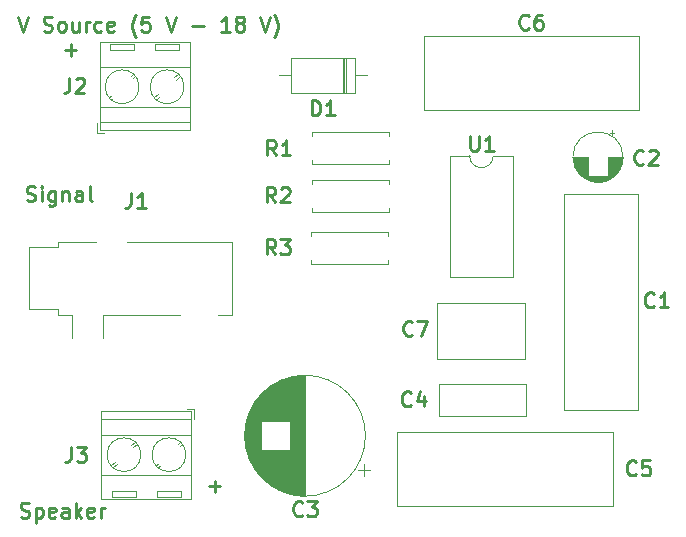
<source format=gbr>
%TF.GenerationSoftware,KiCad,Pcbnew,7.0.6*%
%TF.CreationDate,2023-11-28T22:22:28+05:30*%
%TF.ProjectId,LM386_Board,4c4d3338-365f-4426-9f61-72642e6b6963,v01*%
%TF.SameCoordinates,Original*%
%TF.FileFunction,Legend,Top*%
%TF.FilePolarity,Positive*%
%FSLAX46Y46*%
G04 Gerber Fmt 4.6, Leading zero omitted, Abs format (unit mm)*
G04 Created by KiCad (PCBNEW 7.0.6) date 2023-11-28 22:22:28*
%MOMM*%
%LPD*%
G01*
G04 APERTURE LIST*
%ADD10C,0.254000*%
%ADD11C,0.120000*%
G04 APERTURE END LIST*
D10*
X144233485Y-123299558D02*
X145201105Y-123299558D01*
X144717295Y-123783368D02*
X144717295Y-122815749D01*
X128050057Y-83524368D02*
X128473390Y-84794368D01*
X128473390Y-84794368D02*
X128896724Y-83524368D01*
X130227199Y-84733892D02*
X130408628Y-84794368D01*
X130408628Y-84794368D02*
X130711009Y-84794368D01*
X130711009Y-84794368D02*
X130831961Y-84733892D01*
X130831961Y-84733892D02*
X130892437Y-84673415D01*
X130892437Y-84673415D02*
X130952914Y-84552463D01*
X130952914Y-84552463D02*
X130952914Y-84431511D01*
X130952914Y-84431511D02*
X130892437Y-84310558D01*
X130892437Y-84310558D02*
X130831961Y-84250082D01*
X130831961Y-84250082D02*
X130711009Y-84189606D01*
X130711009Y-84189606D02*
X130469104Y-84129130D01*
X130469104Y-84129130D02*
X130348152Y-84068653D01*
X130348152Y-84068653D02*
X130287675Y-84008177D01*
X130287675Y-84008177D02*
X130227199Y-83887225D01*
X130227199Y-83887225D02*
X130227199Y-83766272D01*
X130227199Y-83766272D02*
X130287675Y-83645320D01*
X130287675Y-83645320D02*
X130348152Y-83584844D01*
X130348152Y-83584844D02*
X130469104Y-83524368D01*
X130469104Y-83524368D02*
X130771485Y-83524368D01*
X130771485Y-83524368D02*
X130952914Y-83584844D01*
X131678628Y-84794368D02*
X131557676Y-84733892D01*
X131557676Y-84733892D02*
X131497199Y-84673415D01*
X131497199Y-84673415D02*
X131436723Y-84552463D01*
X131436723Y-84552463D02*
X131436723Y-84189606D01*
X131436723Y-84189606D02*
X131497199Y-84068653D01*
X131497199Y-84068653D02*
X131557676Y-84008177D01*
X131557676Y-84008177D02*
X131678628Y-83947701D01*
X131678628Y-83947701D02*
X131860057Y-83947701D01*
X131860057Y-83947701D02*
X131981009Y-84008177D01*
X131981009Y-84008177D02*
X132041485Y-84068653D01*
X132041485Y-84068653D02*
X132101961Y-84189606D01*
X132101961Y-84189606D02*
X132101961Y-84552463D01*
X132101961Y-84552463D02*
X132041485Y-84673415D01*
X132041485Y-84673415D02*
X131981009Y-84733892D01*
X131981009Y-84733892D02*
X131860057Y-84794368D01*
X131860057Y-84794368D02*
X131678628Y-84794368D01*
X133190533Y-83947701D02*
X133190533Y-84794368D01*
X132646247Y-83947701D02*
X132646247Y-84612939D01*
X132646247Y-84612939D02*
X132706724Y-84733892D01*
X132706724Y-84733892D02*
X132827676Y-84794368D01*
X132827676Y-84794368D02*
X133009105Y-84794368D01*
X133009105Y-84794368D02*
X133130057Y-84733892D01*
X133130057Y-84733892D02*
X133190533Y-84673415D01*
X133795295Y-84794368D02*
X133795295Y-83947701D01*
X133795295Y-84189606D02*
X133855772Y-84068653D01*
X133855772Y-84068653D02*
X133916248Y-84008177D01*
X133916248Y-84008177D02*
X134037200Y-83947701D01*
X134037200Y-83947701D02*
X134158153Y-83947701D01*
X135125771Y-84733892D02*
X135004819Y-84794368D01*
X135004819Y-84794368D02*
X134762914Y-84794368D01*
X134762914Y-84794368D02*
X134641962Y-84733892D01*
X134641962Y-84733892D02*
X134581485Y-84673415D01*
X134581485Y-84673415D02*
X134521009Y-84552463D01*
X134521009Y-84552463D02*
X134521009Y-84189606D01*
X134521009Y-84189606D02*
X134581485Y-84068653D01*
X134581485Y-84068653D02*
X134641962Y-84008177D01*
X134641962Y-84008177D02*
X134762914Y-83947701D01*
X134762914Y-83947701D02*
X135004819Y-83947701D01*
X135004819Y-83947701D02*
X135125771Y-84008177D01*
X136153866Y-84733892D02*
X136032914Y-84794368D01*
X136032914Y-84794368D02*
X135791009Y-84794368D01*
X135791009Y-84794368D02*
X135670056Y-84733892D01*
X135670056Y-84733892D02*
X135609580Y-84612939D01*
X135609580Y-84612939D02*
X135609580Y-84129130D01*
X135609580Y-84129130D02*
X135670056Y-84008177D01*
X135670056Y-84008177D02*
X135791009Y-83947701D01*
X135791009Y-83947701D02*
X136032914Y-83947701D01*
X136032914Y-83947701D02*
X136153866Y-84008177D01*
X136153866Y-84008177D02*
X136214342Y-84129130D01*
X136214342Y-84129130D02*
X136214342Y-84250082D01*
X136214342Y-84250082D02*
X135609580Y-84371034D01*
X138089104Y-85278177D02*
X138028627Y-85217701D01*
X138028627Y-85217701D02*
X137907675Y-85036272D01*
X137907675Y-85036272D02*
X137847199Y-84915320D01*
X137847199Y-84915320D02*
X137786723Y-84733892D01*
X137786723Y-84733892D02*
X137726246Y-84431511D01*
X137726246Y-84431511D02*
X137726246Y-84189606D01*
X137726246Y-84189606D02*
X137786723Y-83887225D01*
X137786723Y-83887225D02*
X137847199Y-83705796D01*
X137847199Y-83705796D02*
X137907675Y-83584844D01*
X137907675Y-83584844D02*
X138028627Y-83403415D01*
X138028627Y-83403415D02*
X138089104Y-83342939D01*
X139177675Y-83524368D02*
X138572913Y-83524368D01*
X138572913Y-83524368D02*
X138512437Y-84129130D01*
X138512437Y-84129130D02*
X138572913Y-84068653D01*
X138572913Y-84068653D02*
X138693866Y-84008177D01*
X138693866Y-84008177D02*
X138996247Y-84008177D01*
X138996247Y-84008177D02*
X139117199Y-84068653D01*
X139117199Y-84068653D02*
X139177675Y-84129130D01*
X139177675Y-84129130D02*
X139238152Y-84250082D01*
X139238152Y-84250082D02*
X139238152Y-84552463D01*
X139238152Y-84552463D02*
X139177675Y-84673415D01*
X139177675Y-84673415D02*
X139117199Y-84733892D01*
X139117199Y-84733892D02*
X138996247Y-84794368D01*
X138996247Y-84794368D02*
X138693866Y-84794368D01*
X138693866Y-84794368D02*
X138572913Y-84733892D01*
X138572913Y-84733892D02*
X138512437Y-84673415D01*
X140568628Y-83524368D02*
X140991961Y-84794368D01*
X140991961Y-84794368D02*
X141415295Y-83524368D01*
X142806246Y-84310558D02*
X143773866Y-84310558D01*
X146011485Y-84794368D02*
X145285770Y-84794368D01*
X145648627Y-84794368D02*
X145648627Y-83524368D01*
X145648627Y-83524368D02*
X145527675Y-83705796D01*
X145527675Y-83705796D02*
X145406723Y-83826749D01*
X145406723Y-83826749D02*
X145285770Y-83887225D01*
X146737199Y-84068653D02*
X146616247Y-84008177D01*
X146616247Y-84008177D02*
X146555770Y-83947701D01*
X146555770Y-83947701D02*
X146495294Y-83826749D01*
X146495294Y-83826749D02*
X146495294Y-83766272D01*
X146495294Y-83766272D02*
X146555770Y-83645320D01*
X146555770Y-83645320D02*
X146616247Y-83584844D01*
X146616247Y-83584844D02*
X146737199Y-83524368D01*
X146737199Y-83524368D02*
X146979104Y-83524368D01*
X146979104Y-83524368D02*
X147100056Y-83584844D01*
X147100056Y-83584844D02*
X147160532Y-83645320D01*
X147160532Y-83645320D02*
X147221009Y-83766272D01*
X147221009Y-83766272D02*
X147221009Y-83826749D01*
X147221009Y-83826749D02*
X147160532Y-83947701D01*
X147160532Y-83947701D02*
X147100056Y-84008177D01*
X147100056Y-84008177D02*
X146979104Y-84068653D01*
X146979104Y-84068653D02*
X146737199Y-84068653D01*
X146737199Y-84068653D02*
X146616247Y-84129130D01*
X146616247Y-84129130D02*
X146555770Y-84189606D01*
X146555770Y-84189606D02*
X146495294Y-84310558D01*
X146495294Y-84310558D02*
X146495294Y-84552463D01*
X146495294Y-84552463D02*
X146555770Y-84673415D01*
X146555770Y-84673415D02*
X146616247Y-84733892D01*
X146616247Y-84733892D02*
X146737199Y-84794368D01*
X146737199Y-84794368D02*
X146979104Y-84794368D01*
X146979104Y-84794368D02*
X147100056Y-84733892D01*
X147100056Y-84733892D02*
X147160532Y-84673415D01*
X147160532Y-84673415D02*
X147221009Y-84552463D01*
X147221009Y-84552463D02*
X147221009Y-84310558D01*
X147221009Y-84310558D02*
X147160532Y-84189606D01*
X147160532Y-84189606D02*
X147100056Y-84129130D01*
X147100056Y-84129130D02*
X146979104Y-84068653D01*
X148551485Y-83524368D02*
X148974818Y-84794368D01*
X148974818Y-84794368D02*
X149398152Y-83524368D01*
X149700532Y-85278177D02*
X149761008Y-85217701D01*
X149761008Y-85217701D02*
X149881961Y-85036272D01*
X149881961Y-85036272D02*
X149942437Y-84915320D01*
X149942437Y-84915320D02*
X150002913Y-84733892D01*
X150002913Y-84733892D02*
X150063389Y-84431511D01*
X150063389Y-84431511D02*
X150063389Y-84189606D01*
X150063389Y-84189606D02*
X150002913Y-83887225D01*
X150002913Y-83887225D02*
X149942437Y-83705796D01*
X149942437Y-83705796D02*
X149881961Y-83584844D01*
X149881961Y-83584844D02*
X149761008Y-83403415D01*
X149761008Y-83403415D02*
X149700532Y-83342939D01*
X128298009Y-125881892D02*
X128479438Y-125942368D01*
X128479438Y-125942368D02*
X128781819Y-125942368D01*
X128781819Y-125942368D02*
X128902771Y-125881892D01*
X128902771Y-125881892D02*
X128963247Y-125821415D01*
X128963247Y-125821415D02*
X129023724Y-125700463D01*
X129023724Y-125700463D02*
X129023724Y-125579511D01*
X129023724Y-125579511D02*
X128963247Y-125458558D01*
X128963247Y-125458558D02*
X128902771Y-125398082D01*
X128902771Y-125398082D02*
X128781819Y-125337606D01*
X128781819Y-125337606D02*
X128539914Y-125277130D01*
X128539914Y-125277130D02*
X128418962Y-125216653D01*
X128418962Y-125216653D02*
X128358485Y-125156177D01*
X128358485Y-125156177D02*
X128298009Y-125035225D01*
X128298009Y-125035225D02*
X128298009Y-124914272D01*
X128298009Y-124914272D02*
X128358485Y-124793320D01*
X128358485Y-124793320D02*
X128418962Y-124732844D01*
X128418962Y-124732844D02*
X128539914Y-124672368D01*
X128539914Y-124672368D02*
X128842295Y-124672368D01*
X128842295Y-124672368D02*
X129023724Y-124732844D01*
X129568009Y-125095701D02*
X129568009Y-126365701D01*
X129568009Y-125156177D02*
X129688962Y-125095701D01*
X129688962Y-125095701D02*
X129930867Y-125095701D01*
X129930867Y-125095701D02*
X130051819Y-125156177D01*
X130051819Y-125156177D02*
X130112295Y-125216653D01*
X130112295Y-125216653D02*
X130172771Y-125337606D01*
X130172771Y-125337606D02*
X130172771Y-125700463D01*
X130172771Y-125700463D02*
X130112295Y-125821415D01*
X130112295Y-125821415D02*
X130051819Y-125881892D01*
X130051819Y-125881892D02*
X129930867Y-125942368D01*
X129930867Y-125942368D02*
X129688962Y-125942368D01*
X129688962Y-125942368D02*
X129568009Y-125881892D01*
X131200867Y-125881892D02*
X131079915Y-125942368D01*
X131079915Y-125942368D02*
X130838010Y-125942368D01*
X130838010Y-125942368D02*
X130717057Y-125881892D01*
X130717057Y-125881892D02*
X130656581Y-125760939D01*
X130656581Y-125760939D02*
X130656581Y-125277130D01*
X130656581Y-125277130D02*
X130717057Y-125156177D01*
X130717057Y-125156177D02*
X130838010Y-125095701D01*
X130838010Y-125095701D02*
X131079915Y-125095701D01*
X131079915Y-125095701D02*
X131200867Y-125156177D01*
X131200867Y-125156177D02*
X131261343Y-125277130D01*
X131261343Y-125277130D02*
X131261343Y-125398082D01*
X131261343Y-125398082D02*
X130656581Y-125519034D01*
X132349914Y-125942368D02*
X132349914Y-125277130D01*
X132349914Y-125277130D02*
X132289438Y-125156177D01*
X132289438Y-125156177D02*
X132168486Y-125095701D01*
X132168486Y-125095701D02*
X131926581Y-125095701D01*
X131926581Y-125095701D02*
X131805628Y-125156177D01*
X132349914Y-125881892D02*
X132228962Y-125942368D01*
X132228962Y-125942368D02*
X131926581Y-125942368D01*
X131926581Y-125942368D02*
X131805628Y-125881892D01*
X131805628Y-125881892D02*
X131745152Y-125760939D01*
X131745152Y-125760939D02*
X131745152Y-125639987D01*
X131745152Y-125639987D02*
X131805628Y-125519034D01*
X131805628Y-125519034D02*
X131926581Y-125458558D01*
X131926581Y-125458558D02*
X132228962Y-125458558D01*
X132228962Y-125458558D02*
X132349914Y-125398082D01*
X132954676Y-125942368D02*
X132954676Y-124672368D01*
X133075629Y-125458558D02*
X133438486Y-125942368D01*
X133438486Y-125095701D02*
X132954676Y-125579511D01*
X134466581Y-125881892D02*
X134345629Y-125942368D01*
X134345629Y-125942368D02*
X134103724Y-125942368D01*
X134103724Y-125942368D02*
X133982771Y-125881892D01*
X133982771Y-125881892D02*
X133922295Y-125760939D01*
X133922295Y-125760939D02*
X133922295Y-125277130D01*
X133922295Y-125277130D02*
X133982771Y-125156177D01*
X133982771Y-125156177D02*
X134103724Y-125095701D01*
X134103724Y-125095701D02*
X134345629Y-125095701D01*
X134345629Y-125095701D02*
X134466581Y-125156177D01*
X134466581Y-125156177D02*
X134527057Y-125277130D01*
X134527057Y-125277130D02*
X134527057Y-125398082D01*
X134527057Y-125398082D02*
X133922295Y-125519034D01*
X135071342Y-125942368D02*
X135071342Y-125095701D01*
X135071342Y-125337606D02*
X135131819Y-125216653D01*
X135131819Y-125216653D02*
X135192295Y-125156177D01*
X135192295Y-125156177D02*
X135313247Y-125095701D01*
X135313247Y-125095701D02*
X135434200Y-125095701D01*
X132041485Y-86342558D02*
X133009105Y-86342558D01*
X132525295Y-86826368D02*
X132525295Y-85858749D01*
X128806009Y-99084892D02*
X128987438Y-99145368D01*
X128987438Y-99145368D02*
X129289819Y-99145368D01*
X129289819Y-99145368D02*
X129410771Y-99084892D01*
X129410771Y-99084892D02*
X129471247Y-99024415D01*
X129471247Y-99024415D02*
X129531724Y-98903463D01*
X129531724Y-98903463D02*
X129531724Y-98782511D01*
X129531724Y-98782511D02*
X129471247Y-98661558D01*
X129471247Y-98661558D02*
X129410771Y-98601082D01*
X129410771Y-98601082D02*
X129289819Y-98540606D01*
X129289819Y-98540606D02*
X129047914Y-98480130D01*
X129047914Y-98480130D02*
X128926962Y-98419653D01*
X128926962Y-98419653D02*
X128866485Y-98359177D01*
X128866485Y-98359177D02*
X128806009Y-98238225D01*
X128806009Y-98238225D02*
X128806009Y-98117272D01*
X128806009Y-98117272D02*
X128866485Y-97996320D01*
X128866485Y-97996320D02*
X128926962Y-97935844D01*
X128926962Y-97935844D02*
X129047914Y-97875368D01*
X129047914Y-97875368D02*
X129350295Y-97875368D01*
X129350295Y-97875368D02*
X129531724Y-97935844D01*
X130076009Y-99145368D02*
X130076009Y-98298701D01*
X130076009Y-97875368D02*
X130015533Y-97935844D01*
X130015533Y-97935844D02*
X130076009Y-97996320D01*
X130076009Y-97996320D02*
X130136486Y-97935844D01*
X130136486Y-97935844D02*
X130076009Y-97875368D01*
X130076009Y-97875368D02*
X130076009Y-97996320D01*
X131225057Y-98298701D02*
X131225057Y-99326796D01*
X131225057Y-99326796D02*
X131164581Y-99447749D01*
X131164581Y-99447749D02*
X131104105Y-99508225D01*
X131104105Y-99508225D02*
X130983152Y-99568701D01*
X130983152Y-99568701D02*
X130801724Y-99568701D01*
X130801724Y-99568701D02*
X130680771Y-99508225D01*
X131225057Y-99084892D02*
X131104105Y-99145368D01*
X131104105Y-99145368D02*
X130862200Y-99145368D01*
X130862200Y-99145368D02*
X130741248Y-99084892D01*
X130741248Y-99084892D02*
X130680771Y-99024415D01*
X130680771Y-99024415D02*
X130620295Y-98903463D01*
X130620295Y-98903463D02*
X130620295Y-98540606D01*
X130620295Y-98540606D02*
X130680771Y-98419653D01*
X130680771Y-98419653D02*
X130741248Y-98359177D01*
X130741248Y-98359177D02*
X130862200Y-98298701D01*
X130862200Y-98298701D02*
X131104105Y-98298701D01*
X131104105Y-98298701D02*
X131225057Y-98359177D01*
X131829819Y-98298701D02*
X131829819Y-99145368D01*
X131829819Y-98419653D02*
X131890296Y-98359177D01*
X131890296Y-98359177D02*
X132011248Y-98298701D01*
X132011248Y-98298701D02*
X132192677Y-98298701D01*
X132192677Y-98298701D02*
X132313629Y-98359177D01*
X132313629Y-98359177D02*
X132374105Y-98480130D01*
X132374105Y-98480130D02*
X132374105Y-99145368D01*
X133523153Y-99145368D02*
X133523153Y-98480130D01*
X133523153Y-98480130D02*
X133462677Y-98359177D01*
X133462677Y-98359177D02*
X133341725Y-98298701D01*
X133341725Y-98298701D02*
X133099820Y-98298701D01*
X133099820Y-98298701D02*
X132978867Y-98359177D01*
X133523153Y-99084892D02*
X133402201Y-99145368D01*
X133402201Y-99145368D02*
X133099820Y-99145368D01*
X133099820Y-99145368D02*
X132978867Y-99084892D01*
X132978867Y-99084892D02*
X132918391Y-98963939D01*
X132918391Y-98963939D02*
X132918391Y-98842987D01*
X132918391Y-98842987D02*
X132978867Y-98722034D01*
X132978867Y-98722034D02*
X133099820Y-98661558D01*
X133099820Y-98661558D02*
X133402201Y-98661558D01*
X133402201Y-98661558D02*
X133523153Y-98601082D01*
X134309344Y-99145368D02*
X134188392Y-99084892D01*
X134188392Y-99084892D02*
X134127915Y-98963939D01*
X134127915Y-98963939D02*
X134127915Y-97875368D01*
X152935818Y-91887318D02*
X152935818Y-90617318D01*
X152935818Y-90617318D02*
X153238199Y-90617318D01*
X153238199Y-90617318D02*
X153419628Y-90677794D01*
X153419628Y-90677794D02*
X153540580Y-90798746D01*
X153540580Y-90798746D02*
X153601057Y-90919699D01*
X153601057Y-90919699D02*
X153661533Y-91161603D01*
X153661533Y-91161603D02*
X153661533Y-91343032D01*
X153661533Y-91343032D02*
X153601057Y-91584937D01*
X153601057Y-91584937D02*
X153540580Y-91705889D01*
X153540580Y-91705889D02*
X153419628Y-91826842D01*
X153419628Y-91826842D02*
X153238199Y-91887318D01*
X153238199Y-91887318D02*
X152935818Y-91887318D01*
X154871057Y-91887318D02*
X154145342Y-91887318D01*
X154508199Y-91887318D02*
X154508199Y-90617318D01*
X154508199Y-90617318D02*
X154387247Y-90798746D01*
X154387247Y-90798746D02*
X154266295Y-90919699D01*
X154266295Y-90919699D02*
X154145342Y-90980175D01*
X166326780Y-93605918D02*
X166326780Y-94634013D01*
X166326780Y-94634013D02*
X166387257Y-94754965D01*
X166387257Y-94754965D02*
X166447733Y-94815442D01*
X166447733Y-94815442D02*
X166568685Y-94875918D01*
X166568685Y-94875918D02*
X166810590Y-94875918D01*
X166810590Y-94875918D02*
X166931542Y-94815442D01*
X166931542Y-94815442D02*
X166992019Y-94754965D01*
X166992019Y-94754965D02*
X167052495Y-94634013D01*
X167052495Y-94634013D02*
X167052495Y-93605918D01*
X168322495Y-94875918D02*
X167596780Y-94875918D01*
X167959637Y-94875918D02*
X167959637Y-93605918D01*
X167959637Y-93605918D02*
X167838685Y-93787346D01*
X167838685Y-93787346D02*
X167717733Y-93908299D01*
X167717733Y-93908299D02*
X167596780Y-93968775D01*
X149902333Y-95265518D02*
X149478999Y-94660756D01*
X149176618Y-95265518D02*
X149176618Y-93995518D01*
X149176618Y-93995518D02*
X149660428Y-93995518D01*
X149660428Y-93995518D02*
X149781380Y-94055994D01*
X149781380Y-94055994D02*
X149841857Y-94116470D01*
X149841857Y-94116470D02*
X149902333Y-94237422D01*
X149902333Y-94237422D02*
X149902333Y-94418851D01*
X149902333Y-94418851D02*
X149841857Y-94539803D01*
X149841857Y-94539803D02*
X149781380Y-94600280D01*
X149781380Y-94600280D02*
X149660428Y-94660756D01*
X149660428Y-94660756D02*
X149176618Y-94660756D01*
X151111857Y-95265518D02*
X150386142Y-95265518D01*
X150748999Y-95265518D02*
X150748999Y-93995518D01*
X150748999Y-93995518D02*
X150628047Y-94176946D01*
X150628047Y-94176946D02*
X150507095Y-94297899D01*
X150507095Y-94297899D02*
X150386142Y-94358375D01*
X149851533Y-103647518D02*
X149428199Y-103042756D01*
X149125818Y-103647518D02*
X149125818Y-102377518D01*
X149125818Y-102377518D02*
X149609628Y-102377518D01*
X149609628Y-102377518D02*
X149730580Y-102437994D01*
X149730580Y-102437994D02*
X149791057Y-102498470D01*
X149791057Y-102498470D02*
X149851533Y-102619422D01*
X149851533Y-102619422D02*
X149851533Y-102800851D01*
X149851533Y-102800851D02*
X149791057Y-102921803D01*
X149791057Y-102921803D02*
X149730580Y-102982280D01*
X149730580Y-102982280D02*
X149609628Y-103042756D01*
X149609628Y-103042756D02*
X149125818Y-103042756D01*
X150274866Y-102377518D02*
X151061057Y-102377518D01*
X151061057Y-102377518D02*
X150637723Y-102861327D01*
X150637723Y-102861327D02*
X150819152Y-102861327D01*
X150819152Y-102861327D02*
X150940104Y-102921803D01*
X150940104Y-102921803D02*
X151000580Y-102982280D01*
X151000580Y-102982280D02*
X151061057Y-103103232D01*
X151061057Y-103103232D02*
X151061057Y-103405613D01*
X151061057Y-103405613D02*
X151000580Y-103526565D01*
X151000580Y-103526565D02*
X150940104Y-103587042D01*
X150940104Y-103587042D02*
X150819152Y-103647518D01*
X150819152Y-103647518D02*
X150456295Y-103647518D01*
X150456295Y-103647518D02*
X150335342Y-103587042D01*
X150335342Y-103587042D02*
X150274866Y-103526565D01*
X132545667Y-119954318D02*
X132545667Y-120861461D01*
X132545667Y-120861461D02*
X132485190Y-121042889D01*
X132485190Y-121042889D02*
X132364238Y-121163842D01*
X132364238Y-121163842D02*
X132182809Y-121224318D01*
X132182809Y-121224318D02*
X132061857Y-121224318D01*
X133029476Y-119954318D02*
X133815667Y-119954318D01*
X133815667Y-119954318D02*
X133392333Y-120438127D01*
X133392333Y-120438127D02*
X133573762Y-120438127D01*
X133573762Y-120438127D02*
X133694714Y-120498603D01*
X133694714Y-120498603D02*
X133755190Y-120559080D01*
X133755190Y-120559080D02*
X133815667Y-120680032D01*
X133815667Y-120680032D02*
X133815667Y-120982413D01*
X133815667Y-120982413D02*
X133755190Y-121103365D01*
X133755190Y-121103365D02*
X133694714Y-121163842D01*
X133694714Y-121163842D02*
X133573762Y-121224318D01*
X133573762Y-121224318D02*
X133210905Y-121224318D01*
X133210905Y-121224318D02*
X133089952Y-121163842D01*
X133089952Y-121163842D02*
X133029476Y-121103365D01*
X180382333Y-122246365D02*
X180321857Y-122306842D01*
X180321857Y-122306842D02*
X180140428Y-122367318D01*
X180140428Y-122367318D02*
X180019476Y-122367318D01*
X180019476Y-122367318D02*
X179838047Y-122306842D01*
X179838047Y-122306842D02*
X179717095Y-122185889D01*
X179717095Y-122185889D02*
X179656618Y-122064937D01*
X179656618Y-122064937D02*
X179596142Y-121823032D01*
X179596142Y-121823032D02*
X179596142Y-121641603D01*
X179596142Y-121641603D02*
X179656618Y-121399699D01*
X179656618Y-121399699D02*
X179717095Y-121278746D01*
X179717095Y-121278746D02*
X179838047Y-121157794D01*
X179838047Y-121157794D02*
X180019476Y-121097318D01*
X180019476Y-121097318D02*
X180140428Y-121097318D01*
X180140428Y-121097318D02*
X180321857Y-121157794D01*
X180321857Y-121157794D02*
X180382333Y-121218270D01*
X181531380Y-121097318D02*
X180926618Y-121097318D01*
X180926618Y-121097318D02*
X180866142Y-121702080D01*
X180866142Y-121702080D02*
X180926618Y-121641603D01*
X180926618Y-121641603D02*
X181047571Y-121581127D01*
X181047571Y-121581127D02*
X181349952Y-121581127D01*
X181349952Y-121581127D02*
X181470904Y-121641603D01*
X181470904Y-121641603D02*
X181531380Y-121702080D01*
X181531380Y-121702080D02*
X181591857Y-121823032D01*
X181591857Y-121823032D02*
X181591857Y-122125413D01*
X181591857Y-122125413D02*
X181531380Y-122246365D01*
X181531380Y-122246365D02*
X181470904Y-122306842D01*
X181470904Y-122306842D02*
X181349952Y-122367318D01*
X181349952Y-122367318D02*
X181047571Y-122367318D01*
X181047571Y-122367318D02*
X180926618Y-122306842D01*
X180926618Y-122306842D02*
X180866142Y-122246365D01*
X161332333Y-116404365D02*
X161271857Y-116464842D01*
X161271857Y-116464842D02*
X161090428Y-116525318D01*
X161090428Y-116525318D02*
X160969476Y-116525318D01*
X160969476Y-116525318D02*
X160788047Y-116464842D01*
X160788047Y-116464842D02*
X160667095Y-116343889D01*
X160667095Y-116343889D02*
X160606618Y-116222937D01*
X160606618Y-116222937D02*
X160546142Y-115981032D01*
X160546142Y-115981032D02*
X160546142Y-115799603D01*
X160546142Y-115799603D02*
X160606618Y-115557699D01*
X160606618Y-115557699D02*
X160667095Y-115436746D01*
X160667095Y-115436746D02*
X160788047Y-115315794D01*
X160788047Y-115315794D02*
X160969476Y-115255318D01*
X160969476Y-115255318D02*
X161090428Y-115255318D01*
X161090428Y-115255318D02*
X161271857Y-115315794D01*
X161271857Y-115315794D02*
X161332333Y-115376270D01*
X162420904Y-115678651D02*
X162420904Y-116525318D01*
X162118523Y-115194842D02*
X161816142Y-116101984D01*
X161816142Y-116101984D02*
X162602333Y-116101984D01*
X161459333Y-110435365D02*
X161398857Y-110495842D01*
X161398857Y-110495842D02*
X161217428Y-110556318D01*
X161217428Y-110556318D02*
X161096476Y-110556318D01*
X161096476Y-110556318D02*
X160915047Y-110495842D01*
X160915047Y-110495842D02*
X160794095Y-110374889D01*
X160794095Y-110374889D02*
X160733618Y-110253937D01*
X160733618Y-110253937D02*
X160673142Y-110012032D01*
X160673142Y-110012032D02*
X160673142Y-109830603D01*
X160673142Y-109830603D02*
X160733618Y-109588699D01*
X160733618Y-109588699D02*
X160794095Y-109467746D01*
X160794095Y-109467746D02*
X160915047Y-109346794D01*
X160915047Y-109346794D02*
X161096476Y-109286318D01*
X161096476Y-109286318D02*
X161217428Y-109286318D01*
X161217428Y-109286318D02*
X161398857Y-109346794D01*
X161398857Y-109346794D02*
X161459333Y-109407270D01*
X161882666Y-109286318D02*
X162729333Y-109286318D01*
X162729333Y-109286318D02*
X162185047Y-110556318D01*
X132418667Y-88712318D02*
X132418667Y-89619461D01*
X132418667Y-89619461D02*
X132358190Y-89800889D01*
X132358190Y-89800889D02*
X132237238Y-89921842D01*
X132237238Y-89921842D02*
X132055809Y-89982318D01*
X132055809Y-89982318D02*
X131934857Y-89982318D01*
X132962952Y-88833270D02*
X133023428Y-88772794D01*
X133023428Y-88772794D02*
X133144381Y-88712318D01*
X133144381Y-88712318D02*
X133446762Y-88712318D01*
X133446762Y-88712318D02*
X133567714Y-88772794D01*
X133567714Y-88772794D02*
X133628190Y-88833270D01*
X133628190Y-88833270D02*
X133688667Y-88954222D01*
X133688667Y-88954222D02*
X133688667Y-89075175D01*
X133688667Y-89075175D02*
X133628190Y-89256603D01*
X133628190Y-89256603D02*
X132902476Y-89982318D01*
X132902476Y-89982318D02*
X133688667Y-89982318D01*
X137629867Y-98415118D02*
X137629867Y-99322261D01*
X137629867Y-99322261D02*
X137569390Y-99503689D01*
X137569390Y-99503689D02*
X137448438Y-99624642D01*
X137448438Y-99624642D02*
X137267009Y-99685118D01*
X137267009Y-99685118D02*
X137146057Y-99685118D01*
X138899867Y-99685118D02*
X138174152Y-99685118D01*
X138537009Y-99685118D02*
X138537009Y-98415118D01*
X138537009Y-98415118D02*
X138416057Y-98596546D01*
X138416057Y-98596546D02*
X138295105Y-98717499D01*
X138295105Y-98717499D02*
X138174152Y-98777975D01*
X181017333Y-95957365D02*
X180956857Y-96017842D01*
X180956857Y-96017842D02*
X180775428Y-96078318D01*
X180775428Y-96078318D02*
X180654476Y-96078318D01*
X180654476Y-96078318D02*
X180473047Y-96017842D01*
X180473047Y-96017842D02*
X180352095Y-95896889D01*
X180352095Y-95896889D02*
X180291618Y-95775937D01*
X180291618Y-95775937D02*
X180231142Y-95534032D01*
X180231142Y-95534032D02*
X180231142Y-95352603D01*
X180231142Y-95352603D02*
X180291618Y-95110699D01*
X180291618Y-95110699D02*
X180352095Y-94989746D01*
X180352095Y-94989746D02*
X180473047Y-94868794D01*
X180473047Y-94868794D02*
X180654476Y-94808318D01*
X180654476Y-94808318D02*
X180775428Y-94808318D01*
X180775428Y-94808318D02*
X180956857Y-94868794D01*
X180956857Y-94868794D02*
X181017333Y-94929270D01*
X181501142Y-94929270D02*
X181561618Y-94868794D01*
X181561618Y-94868794D02*
X181682571Y-94808318D01*
X181682571Y-94808318D02*
X181984952Y-94808318D01*
X181984952Y-94808318D02*
X182105904Y-94868794D01*
X182105904Y-94868794D02*
X182166380Y-94929270D01*
X182166380Y-94929270D02*
X182226857Y-95050222D01*
X182226857Y-95050222D02*
X182226857Y-95171175D01*
X182226857Y-95171175D02*
X182166380Y-95352603D01*
X182166380Y-95352603D02*
X181440666Y-96078318D01*
X181440666Y-96078318D02*
X182226857Y-96078318D01*
X149851533Y-99227918D02*
X149428199Y-98623156D01*
X149125818Y-99227918D02*
X149125818Y-97957918D01*
X149125818Y-97957918D02*
X149609628Y-97957918D01*
X149609628Y-97957918D02*
X149730580Y-98018394D01*
X149730580Y-98018394D02*
X149791057Y-98078870D01*
X149791057Y-98078870D02*
X149851533Y-98199822D01*
X149851533Y-98199822D02*
X149851533Y-98381251D01*
X149851533Y-98381251D02*
X149791057Y-98502203D01*
X149791057Y-98502203D02*
X149730580Y-98562680D01*
X149730580Y-98562680D02*
X149609628Y-98623156D01*
X149609628Y-98623156D02*
X149125818Y-98623156D01*
X150335342Y-98078870D02*
X150395818Y-98018394D01*
X150395818Y-98018394D02*
X150516771Y-97957918D01*
X150516771Y-97957918D02*
X150819152Y-97957918D01*
X150819152Y-97957918D02*
X150940104Y-98018394D01*
X150940104Y-98018394D02*
X151000580Y-98078870D01*
X151000580Y-98078870D02*
X151061057Y-98199822D01*
X151061057Y-98199822D02*
X151061057Y-98320775D01*
X151061057Y-98320775D02*
X151000580Y-98502203D01*
X151000580Y-98502203D02*
X150274866Y-99227918D01*
X150274866Y-99227918D02*
X151061057Y-99227918D01*
X152148333Y-125702365D02*
X152087857Y-125762842D01*
X152087857Y-125762842D02*
X151906428Y-125823318D01*
X151906428Y-125823318D02*
X151785476Y-125823318D01*
X151785476Y-125823318D02*
X151604047Y-125762842D01*
X151604047Y-125762842D02*
X151483095Y-125641889D01*
X151483095Y-125641889D02*
X151422618Y-125520937D01*
X151422618Y-125520937D02*
X151362142Y-125279032D01*
X151362142Y-125279032D02*
X151362142Y-125097603D01*
X151362142Y-125097603D02*
X151422618Y-124855699D01*
X151422618Y-124855699D02*
X151483095Y-124734746D01*
X151483095Y-124734746D02*
X151604047Y-124613794D01*
X151604047Y-124613794D02*
X151785476Y-124553318D01*
X151785476Y-124553318D02*
X151906428Y-124553318D01*
X151906428Y-124553318D02*
X152087857Y-124613794D01*
X152087857Y-124613794D02*
X152148333Y-124674270D01*
X152571666Y-124553318D02*
X153357857Y-124553318D01*
X153357857Y-124553318D02*
X152934523Y-125037127D01*
X152934523Y-125037127D02*
X153115952Y-125037127D01*
X153115952Y-125037127D02*
X153236904Y-125097603D01*
X153236904Y-125097603D02*
X153297380Y-125158080D01*
X153297380Y-125158080D02*
X153357857Y-125279032D01*
X153357857Y-125279032D02*
X153357857Y-125581413D01*
X153357857Y-125581413D02*
X153297380Y-125702365D01*
X153297380Y-125702365D02*
X153236904Y-125762842D01*
X153236904Y-125762842D02*
X153115952Y-125823318D01*
X153115952Y-125823318D02*
X152753095Y-125823318D01*
X152753095Y-125823318D02*
X152632142Y-125762842D01*
X152632142Y-125762842D02*
X152571666Y-125702365D01*
X171307533Y-84493765D02*
X171247057Y-84554242D01*
X171247057Y-84554242D02*
X171065628Y-84614718D01*
X171065628Y-84614718D02*
X170944676Y-84614718D01*
X170944676Y-84614718D02*
X170763247Y-84554242D01*
X170763247Y-84554242D02*
X170642295Y-84433289D01*
X170642295Y-84433289D02*
X170581818Y-84312337D01*
X170581818Y-84312337D02*
X170521342Y-84070432D01*
X170521342Y-84070432D02*
X170521342Y-83889003D01*
X170521342Y-83889003D02*
X170581818Y-83647099D01*
X170581818Y-83647099D02*
X170642295Y-83526146D01*
X170642295Y-83526146D02*
X170763247Y-83405194D01*
X170763247Y-83405194D02*
X170944676Y-83344718D01*
X170944676Y-83344718D02*
X171065628Y-83344718D01*
X171065628Y-83344718D02*
X171247057Y-83405194D01*
X171247057Y-83405194D02*
X171307533Y-83465670D01*
X172396104Y-83344718D02*
X172154199Y-83344718D01*
X172154199Y-83344718D02*
X172033247Y-83405194D01*
X172033247Y-83405194D02*
X171972771Y-83465670D01*
X171972771Y-83465670D02*
X171851818Y-83647099D01*
X171851818Y-83647099D02*
X171791342Y-83889003D01*
X171791342Y-83889003D02*
X171791342Y-84372813D01*
X171791342Y-84372813D02*
X171851818Y-84493765D01*
X171851818Y-84493765D02*
X171912295Y-84554242D01*
X171912295Y-84554242D02*
X172033247Y-84614718D01*
X172033247Y-84614718D02*
X172275152Y-84614718D01*
X172275152Y-84614718D02*
X172396104Y-84554242D01*
X172396104Y-84554242D02*
X172456580Y-84493765D01*
X172456580Y-84493765D02*
X172517057Y-84372813D01*
X172517057Y-84372813D02*
X172517057Y-84070432D01*
X172517057Y-84070432D02*
X172456580Y-83949480D01*
X172456580Y-83949480D02*
X172396104Y-83889003D01*
X172396104Y-83889003D02*
X172275152Y-83828527D01*
X172275152Y-83828527D02*
X172033247Y-83828527D01*
X172033247Y-83828527D02*
X171912295Y-83889003D01*
X171912295Y-83889003D02*
X171851818Y-83949480D01*
X171851818Y-83949480D02*
X171791342Y-84070432D01*
X181906333Y-108022365D02*
X181845857Y-108082842D01*
X181845857Y-108082842D02*
X181664428Y-108143318D01*
X181664428Y-108143318D02*
X181543476Y-108143318D01*
X181543476Y-108143318D02*
X181362047Y-108082842D01*
X181362047Y-108082842D02*
X181241095Y-107961889D01*
X181241095Y-107961889D02*
X181180618Y-107840937D01*
X181180618Y-107840937D02*
X181120142Y-107599032D01*
X181120142Y-107599032D02*
X181120142Y-107417603D01*
X181120142Y-107417603D02*
X181180618Y-107175699D01*
X181180618Y-107175699D02*
X181241095Y-107054746D01*
X181241095Y-107054746D02*
X181362047Y-106933794D01*
X181362047Y-106933794D02*
X181543476Y-106873318D01*
X181543476Y-106873318D02*
X181664428Y-106873318D01*
X181664428Y-106873318D02*
X181845857Y-106933794D01*
X181845857Y-106933794D02*
X181906333Y-106994270D01*
X183115857Y-108143318D02*
X182390142Y-108143318D01*
X182752999Y-108143318D02*
X182752999Y-106873318D01*
X182752999Y-106873318D02*
X182632047Y-107054746D01*
X182632047Y-107054746D02*
X182511095Y-107175699D01*
X182511095Y-107175699D02*
X182390142Y-107236175D01*
D11*
%TO.C,D1*%
X157613200Y-88493600D02*
X156593200Y-88493600D01*
X156593200Y-89963600D02*
X156593200Y-87023600D01*
X156593200Y-87023600D02*
X151153200Y-87023600D01*
X155813200Y-89963600D02*
X155813200Y-87023600D01*
X155693200Y-89963600D02*
X155693200Y-87023600D01*
X155573200Y-89963600D02*
X155573200Y-87023600D01*
X151153200Y-89963600D02*
X156593200Y-89963600D01*
X151153200Y-87023600D02*
X151153200Y-89963600D01*
X150133200Y-88493600D02*
X151153200Y-88493600D01*
%TO.C,U1*%
X164644400Y-95301600D02*
X164644400Y-105581600D01*
X164644400Y-105581600D02*
X169944400Y-105581600D01*
X166294400Y-95301600D02*
X164644400Y-95301600D01*
X169944400Y-95301600D02*
X168294400Y-95301600D01*
X169944400Y-105581600D02*
X169944400Y-95301600D01*
X166294400Y-95301600D02*
G75*
G03*
X168294400Y-95301600I1000000J0D01*
G01*
%TO.C,R1*%
X152940000Y-93284400D02*
X159480000Y-93284400D01*
X152940000Y-93614400D02*
X152940000Y-93284400D01*
X152940000Y-95694400D02*
X152940000Y-96024400D01*
X152940000Y-96024400D02*
X159480000Y-96024400D01*
X159480000Y-93284400D02*
X159480000Y-93614400D01*
X159480000Y-96024400D02*
X159480000Y-95694400D01*
%TO.C,R3*%
X159421000Y-104472400D02*
X152881000Y-104472400D01*
X159421000Y-104142400D02*
X159421000Y-104472400D01*
X159421000Y-102062400D02*
X159421000Y-101732400D01*
X159421000Y-101732400D02*
X152881000Y-101732400D01*
X152881000Y-104472400D02*
X152881000Y-104142400D01*
X152881000Y-101732400D02*
X152881000Y-102062400D01*
%TO.C,J3*%
X142993000Y-117545000D02*
X142993000Y-116705000D01*
X142993000Y-116705000D02*
X142393000Y-116705000D01*
X142753000Y-124365000D02*
X142753000Y-116945000D01*
X142753000Y-124365000D02*
X135123000Y-124365000D01*
X142753000Y-122305000D02*
X135123000Y-122305000D01*
X142753000Y-118904000D02*
X135123000Y-118904000D01*
X142753000Y-117605000D02*
X135123000Y-117605000D01*
X142753000Y-116945000D02*
X135123000Y-116945000D01*
X141843000Y-124205000D02*
X141843000Y-123705000D01*
X141843000Y-124205000D02*
X139843000Y-124205000D01*
X141843000Y-123705000D02*
X139843000Y-123705000D01*
X141789000Y-119834000D02*
X141928000Y-119695000D01*
X141614000Y-119660000D02*
X141754000Y-119520000D01*
X139932000Y-121690000D02*
X140072000Y-121550000D01*
X139843000Y-124205000D02*
X139843000Y-123705000D01*
X139758000Y-121515000D02*
X139898000Y-121376000D01*
X138033000Y-124205000D02*
X138033000Y-123705000D01*
X138033000Y-124205000D02*
X136033000Y-124205000D01*
X138033000Y-123705000D02*
X136033000Y-123705000D01*
X137818000Y-119994000D02*
X138117000Y-119695000D01*
X137643000Y-119819000D02*
X137943000Y-119520000D01*
X136122000Y-121690000D02*
X136422000Y-121391000D01*
X136033000Y-124205000D02*
X136033000Y-123705000D01*
X135948000Y-121515000D02*
X136247000Y-121216000D01*
X135123000Y-124365000D02*
X135123000Y-116945000D01*
X142273000Y-120605000D02*
G75*
G03*
X142273000Y-120605000I-1430000J0D01*
G01*
X138463000Y-120605000D02*
G75*
G03*
X138463000Y-120605000I-1430000J0D01*
G01*
%TO.C,C5*%
X178411000Y-124913000D02*
X178411000Y-118673000D01*
X178411000Y-124913000D02*
X160171000Y-124913000D01*
X178411000Y-118673000D02*
X160171000Y-118673000D01*
X160171000Y-124913000D02*
X160171000Y-118673000D01*
%TO.C,C4*%
X163666000Y-114581000D02*
X163666000Y-117321000D01*
X163666000Y-114581000D02*
X171106000Y-114581000D01*
X163666000Y-117321000D02*
X171106000Y-117321000D01*
X171106000Y-114581000D02*
X171106000Y-117321000D01*
%TO.C,C7*%
X163539000Y-107739000D02*
X163539000Y-112479000D01*
X163539000Y-107739000D02*
X170979000Y-107739000D01*
X163539000Y-112479000D02*
X170979000Y-112479000D01*
X170979000Y-107739000D02*
X170979000Y-112479000D01*
%TO.C,J2*%
X134730600Y-92513000D02*
X134730600Y-93353000D01*
X134730600Y-93353000D02*
X135330600Y-93353000D01*
X134970600Y-85693000D02*
X134970600Y-93113000D01*
X134970600Y-85693000D02*
X142600600Y-85693000D01*
X134970600Y-87753000D02*
X142600600Y-87753000D01*
X134970600Y-91154000D02*
X142600600Y-91154000D01*
X134970600Y-92453000D02*
X142600600Y-92453000D01*
X134970600Y-93113000D02*
X142600600Y-93113000D01*
X135880600Y-85853000D02*
X135880600Y-86353000D01*
X135880600Y-85853000D02*
X137880600Y-85853000D01*
X135880600Y-86353000D02*
X137880600Y-86353000D01*
X135934600Y-90224000D02*
X135795600Y-90363000D01*
X136109600Y-90398000D02*
X135969600Y-90538000D01*
X137791600Y-88368000D02*
X137651600Y-88508000D01*
X137880600Y-85853000D02*
X137880600Y-86353000D01*
X137965600Y-88543000D02*
X137825600Y-88682000D01*
X139690600Y-85853000D02*
X139690600Y-86353000D01*
X139690600Y-85853000D02*
X141690600Y-85853000D01*
X139690600Y-86353000D02*
X141690600Y-86353000D01*
X139905600Y-90064000D02*
X139606600Y-90363000D01*
X140080600Y-90239000D02*
X139780600Y-90538000D01*
X141601600Y-88368000D02*
X141301600Y-88667000D01*
X141690600Y-85853000D02*
X141690600Y-86353000D01*
X141775600Y-88543000D02*
X141476600Y-88842000D01*
X142600600Y-85693000D02*
X142600600Y-93113000D01*
X138310600Y-89453000D02*
G75*
G03*
X138310600Y-89453000I-1430000J0D01*
G01*
X142120600Y-89453000D02*
G75*
G03*
X142120600Y-89453000I-1430000J0D01*
G01*
%TO.C,J1*%
X131466400Y-108764000D02*
X131466400Y-108264000D01*
X132666400Y-108764000D02*
X132666400Y-110764000D01*
X132666400Y-108764000D02*
X131466400Y-108764000D01*
X135266400Y-108764000D02*
X135266400Y-110764000D01*
X141766400Y-108764000D02*
X135266400Y-108764000D01*
X146166400Y-108764000D02*
X144966400Y-108764000D01*
X128966400Y-108264000D02*
X128966400Y-103064000D01*
X131466400Y-108264000D02*
X128966400Y-108264000D01*
X128966400Y-103064000D02*
X131466400Y-103064000D01*
X131466400Y-103064000D02*
X131466400Y-102564000D01*
X131466400Y-102564000D02*
X134666400Y-102564000D01*
X137266400Y-102564000D02*
X146166400Y-102564000D01*
X146166400Y-102564000D02*
X146166400Y-108764000D01*
%TO.C,C2*%
X178360000Y-93134600D02*
X178360000Y-93534600D01*
X178560000Y-93334600D02*
X178160000Y-93334600D01*
X179245000Y-95404401D02*
X178005000Y-95404401D01*
X176325000Y-95404401D02*
X175085000Y-95404401D01*
X179245000Y-95444401D02*
X178005000Y-95444401D01*
X176325000Y-95444401D02*
X175085000Y-95444401D01*
X179244000Y-95484401D02*
X178005000Y-95484401D01*
X176325000Y-95484401D02*
X175086000Y-95484401D01*
X179242000Y-95524401D02*
X178005000Y-95524401D01*
X176325000Y-95524401D02*
X175088000Y-95524401D01*
X179239000Y-95564401D02*
X178005000Y-95564401D01*
X176325000Y-95564401D02*
X175091000Y-95564401D01*
X179236000Y-95604401D02*
X178005000Y-95604401D01*
X176325000Y-95604401D02*
X175094000Y-95604401D01*
X179232000Y-95644401D02*
X178005000Y-95644401D01*
X176325000Y-95644401D02*
X175098000Y-95644401D01*
X179227000Y-95684401D02*
X178005000Y-95684401D01*
X176325000Y-95684401D02*
X175103000Y-95684401D01*
X179221000Y-95724401D02*
X178005000Y-95724401D01*
X176325000Y-95724401D02*
X175109000Y-95724401D01*
X179215000Y-95764401D02*
X178005000Y-95764401D01*
X176325000Y-95764401D02*
X175115000Y-95764401D01*
X179207000Y-95804401D02*
X178005000Y-95804401D01*
X176325000Y-95804401D02*
X175123000Y-95804401D01*
X179199000Y-95844401D02*
X178005000Y-95844401D01*
X176325000Y-95844401D02*
X175131000Y-95844401D01*
X179190000Y-95884401D02*
X178005000Y-95884401D01*
X176325000Y-95884401D02*
X175140000Y-95884401D01*
X179181000Y-95924401D02*
X178005000Y-95924401D01*
X176325000Y-95924401D02*
X175149000Y-95924401D01*
X179170000Y-95964401D02*
X178005000Y-95964401D01*
X176325000Y-95964401D02*
X175160000Y-95964401D01*
X179159000Y-96004401D02*
X178005000Y-96004401D01*
X176325000Y-96004401D02*
X175171000Y-96004401D01*
X179147000Y-96044401D02*
X178005000Y-96044401D01*
X176325000Y-96044401D02*
X175183000Y-96044401D01*
X179133000Y-96084401D02*
X178005000Y-96084401D01*
X176325000Y-96084401D02*
X175197000Y-96084401D01*
X179119000Y-96125401D02*
X178005000Y-96125401D01*
X176325000Y-96125401D02*
X175211000Y-96125401D01*
X179105000Y-96165401D02*
X178005000Y-96165401D01*
X176325000Y-96165401D02*
X175225000Y-96165401D01*
X179089000Y-96205401D02*
X178005000Y-96205401D01*
X176325000Y-96205401D02*
X175241000Y-96205401D01*
X179072000Y-96245401D02*
X178005000Y-96245401D01*
X176325000Y-96245401D02*
X175258000Y-96245401D01*
X179054000Y-96285401D02*
X178005000Y-96285401D01*
X176325000Y-96285401D02*
X175276000Y-96285401D01*
X179035000Y-96325401D02*
X178005000Y-96325401D01*
X176325000Y-96325401D02*
X175295000Y-96325401D01*
X179016000Y-96365401D02*
X178005000Y-96365401D01*
X176325000Y-96365401D02*
X175314000Y-96365401D01*
X178995000Y-96405401D02*
X178005000Y-96405401D01*
X176325000Y-96405401D02*
X175335000Y-96405401D01*
X178973000Y-96445401D02*
X178005000Y-96445401D01*
X176325000Y-96445401D02*
X175357000Y-96445401D01*
X178950000Y-96485401D02*
X178005000Y-96485401D01*
X176325000Y-96485401D02*
X175380000Y-96485401D01*
X178925000Y-96525401D02*
X178005000Y-96525401D01*
X176325000Y-96525401D02*
X175405000Y-96525401D01*
X178900000Y-96565401D02*
X178005000Y-96565401D01*
X176325000Y-96565401D02*
X175430000Y-96565401D01*
X178873000Y-96605401D02*
X178005000Y-96605401D01*
X176325000Y-96605401D02*
X175457000Y-96605401D01*
X178845000Y-96645401D02*
X178005000Y-96645401D01*
X176325000Y-96645401D02*
X175485000Y-96645401D01*
X178815000Y-96685401D02*
X178005000Y-96685401D01*
X176325000Y-96685401D02*
X175515000Y-96685401D01*
X178784000Y-96725401D02*
X178005000Y-96725401D01*
X176325000Y-96725401D02*
X175546000Y-96725401D01*
X178752000Y-96765401D02*
X178005000Y-96765401D01*
X176325000Y-96765401D02*
X175578000Y-96765401D01*
X178717000Y-96805401D02*
X178005000Y-96805401D01*
X176325000Y-96805401D02*
X175613000Y-96805401D01*
X178681000Y-96845401D02*
X178005000Y-96845401D01*
X176325000Y-96845401D02*
X175649000Y-96845401D01*
X178643000Y-96885401D02*
X178005000Y-96885401D01*
X176325000Y-96885401D02*
X175687000Y-96885401D01*
X178603000Y-96925401D02*
X178005000Y-96925401D01*
X176325000Y-96925401D02*
X175727000Y-96925401D01*
X178561000Y-96965401D02*
X178005000Y-96965401D01*
X176325000Y-96965401D02*
X175769000Y-96965401D01*
X178516000Y-97005401D02*
X175814000Y-97005401D01*
X178469000Y-97045401D02*
X175861000Y-97045401D01*
X178419000Y-97085401D02*
X175911000Y-97085401D01*
X178365000Y-97125401D02*
X175965000Y-97125401D01*
X178307000Y-97165401D02*
X176023000Y-97165401D01*
X178245000Y-97205401D02*
X176085000Y-97205401D01*
X178178000Y-97245401D02*
X176152000Y-97245401D01*
X178105000Y-97285401D02*
X176225000Y-97285401D01*
X178024000Y-97325401D02*
X176306000Y-97325401D01*
X177933000Y-97365401D02*
X176397000Y-97365401D01*
X177829000Y-97405401D02*
X176501000Y-97405401D01*
X177702000Y-97445401D02*
X176628000Y-97445401D01*
X177535000Y-97485401D02*
X176795000Y-97485401D01*
X179285000Y-95404401D02*
G75*
G03*
X179285000Y-95404401I-2120000J0D01*
G01*
%TO.C,R2*%
X152940000Y-97334400D02*
X159480000Y-97334400D01*
X152940000Y-97664400D02*
X152940000Y-97334400D01*
X152940000Y-99744400D02*
X152940000Y-100074400D01*
X152940000Y-100074400D02*
X159480000Y-100074400D01*
X159480000Y-97334400D02*
X159480000Y-97664400D01*
X159480000Y-100074400D02*
X159480000Y-99744400D01*
%TO.C,C3*%
X157839646Y-121874000D02*
X156839646Y-121874000D01*
X157339646Y-122374000D02*
X157339646Y-121374000D01*
X152360000Y-124079000D02*
X152360000Y-113919000D01*
X152320000Y-124079000D02*
X152320000Y-113919000D01*
X152280000Y-124079000D02*
X152280000Y-113919000D01*
X152240000Y-124078000D02*
X152240000Y-113920000D01*
X152200000Y-124077000D02*
X152200000Y-113921000D01*
X152160000Y-124076000D02*
X152160000Y-113922000D01*
X152120000Y-124074000D02*
X152120000Y-113924000D01*
X152080000Y-124072000D02*
X152080000Y-113926000D01*
X152040000Y-124069000D02*
X152040000Y-113929000D01*
X152000000Y-124067000D02*
X152000000Y-113931000D01*
X151960000Y-124064000D02*
X151960000Y-113934000D01*
X151920000Y-124061000D02*
X151920000Y-113937000D01*
X151880000Y-124057000D02*
X151880000Y-113941000D01*
X151840000Y-124053000D02*
X151840000Y-113945000D01*
X151800000Y-124049000D02*
X151800000Y-113949000D01*
X151760000Y-124044000D02*
X151760000Y-113954000D01*
X151720000Y-124039000D02*
X151720000Y-113959000D01*
X151680000Y-124034000D02*
X151680000Y-113964000D01*
X151639000Y-124029000D02*
X151639000Y-113969000D01*
X151599000Y-124023000D02*
X151599000Y-113975000D01*
X151559000Y-124017000D02*
X151559000Y-113981000D01*
X151519000Y-124010000D02*
X151519000Y-113988000D01*
X151479000Y-124003000D02*
X151479000Y-113995000D01*
X151439000Y-123996000D02*
X151439000Y-114002000D01*
X151399000Y-123989000D02*
X151399000Y-114009000D01*
X151359000Y-123981000D02*
X151359000Y-114017000D01*
X151319000Y-123973000D02*
X151319000Y-114025000D01*
X151279000Y-123964000D02*
X151279000Y-114034000D01*
X151239000Y-123955000D02*
X151239000Y-114043000D01*
X151199000Y-123946000D02*
X151199000Y-114052000D01*
X151159000Y-123937000D02*
X151159000Y-114061000D01*
X151119000Y-123927000D02*
X151119000Y-114071000D01*
X151079000Y-123917000D02*
X151079000Y-120240000D01*
X151079000Y-117758000D02*
X151079000Y-114081000D01*
X151039000Y-123906000D02*
X151039000Y-120240000D01*
X151039000Y-117758000D02*
X151039000Y-114092000D01*
X150999000Y-123896000D02*
X150999000Y-120240000D01*
X150999000Y-117758000D02*
X150999000Y-114102000D01*
X150959000Y-123884000D02*
X150959000Y-120240000D01*
X150959000Y-117758000D02*
X150959000Y-114114000D01*
X150919000Y-123873000D02*
X150919000Y-120240000D01*
X150919000Y-117758000D02*
X150919000Y-114125000D01*
X150879000Y-123861000D02*
X150879000Y-120240000D01*
X150879000Y-117758000D02*
X150879000Y-114137000D01*
X150839000Y-123849000D02*
X150839000Y-120240000D01*
X150839000Y-117758000D02*
X150839000Y-114149000D01*
X150799000Y-123836000D02*
X150799000Y-120240000D01*
X150799000Y-117758000D02*
X150799000Y-114162000D01*
X150759000Y-123823000D02*
X150759000Y-120240000D01*
X150759000Y-117758000D02*
X150759000Y-114175000D01*
X150719000Y-123810000D02*
X150719000Y-120240000D01*
X150719000Y-117758000D02*
X150719000Y-114188000D01*
X150679000Y-123796000D02*
X150679000Y-120240000D01*
X150679000Y-117758000D02*
X150679000Y-114202000D01*
X150639000Y-123782000D02*
X150639000Y-120240000D01*
X150639000Y-117758000D02*
X150639000Y-114216000D01*
X150599000Y-123767000D02*
X150599000Y-120240000D01*
X150599000Y-117758000D02*
X150599000Y-114231000D01*
X150559000Y-123753000D02*
X150559000Y-120240000D01*
X150559000Y-117758000D02*
X150559000Y-114245000D01*
X150519000Y-123737000D02*
X150519000Y-120240000D01*
X150519000Y-117758000D02*
X150519000Y-114261000D01*
X150479000Y-123722000D02*
X150479000Y-120240000D01*
X150479000Y-117758000D02*
X150479000Y-114276000D01*
X150439000Y-123706000D02*
X150439000Y-120240000D01*
X150439000Y-117758000D02*
X150439000Y-114292000D01*
X150399000Y-123689000D02*
X150399000Y-120240000D01*
X150399000Y-117758000D02*
X150399000Y-114309000D01*
X150359000Y-123673000D02*
X150359000Y-120240000D01*
X150359000Y-117758000D02*
X150359000Y-114325000D01*
X150319000Y-123656000D02*
X150319000Y-120240000D01*
X150319000Y-117758000D02*
X150319000Y-114342000D01*
X150279000Y-123638000D02*
X150279000Y-120240000D01*
X150279000Y-117758000D02*
X150279000Y-114360000D01*
X150239000Y-123620000D02*
X150239000Y-120240000D01*
X150239000Y-117758000D02*
X150239000Y-114378000D01*
X150199000Y-123602000D02*
X150199000Y-120240000D01*
X150199000Y-117758000D02*
X150199000Y-114396000D01*
X150159000Y-123583000D02*
X150159000Y-120240000D01*
X150159000Y-117758000D02*
X150159000Y-114415000D01*
X150119000Y-123563000D02*
X150119000Y-120240000D01*
X150119000Y-117758000D02*
X150119000Y-114435000D01*
X150079000Y-123544000D02*
X150079000Y-120240000D01*
X150079000Y-117758000D02*
X150079000Y-114454000D01*
X150039000Y-123524000D02*
X150039000Y-120240000D01*
X150039000Y-117758000D02*
X150039000Y-114474000D01*
X149999000Y-123503000D02*
X149999000Y-120240000D01*
X149999000Y-117758000D02*
X149999000Y-114495000D01*
X149959000Y-123482000D02*
X149959000Y-120240000D01*
X149959000Y-117758000D02*
X149959000Y-114516000D01*
X149919000Y-123461000D02*
X149919000Y-120240000D01*
X149919000Y-117758000D02*
X149919000Y-114537000D01*
X149879000Y-123439000D02*
X149879000Y-120240000D01*
X149879000Y-117758000D02*
X149879000Y-114559000D01*
X149839000Y-123416000D02*
X149839000Y-120240000D01*
X149839000Y-117758000D02*
X149839000Y-114582000D01*
X149799000Y-123394000D02*
X149799000Y-120240000D01*
X149799000Y-117758000D02*
X149799000Y-114604000D01*
X149759000Y-123370000D02*
X149759000Y-120240000D01*
X149759000Y-117758000D02*
X149759000Y-114628000D01*
X149719000Y-123346000D02*
X149719000Y-120240000D01*
X149719000Y-117758000D02*
X149719000Y-114652000D01*
X149679000Y-123322000D02*
X149679000Y-120240000D01*
X149679000Y-117758000D02*
X149679000Y-114676000D01*
X149639000Y-123297000D02*
X149639000Y-120240000D01*
X149639000Y-117758000D02*
X149639000Y-114701000D01*
X149599000Y-123272000D02*
X149599000Y-120240000D01*
X149599000Y-117758000D02*
X149599000Y-114726000D01*
X149559000Y-123246000D02*
X149559000Y-120240000D01*
X149559000Y-117758000D02*
X149559000Y-114752000D01*
X149519000Y-123220000D02*
X149519000Y-120240000D01*
X149519000Y-117758000D02*
X149519000Y-114778000D01*
X149479000Y-123193000D02*
X149479000Y-120240000D01*
X149479000Y-117758000D02*
X149479000Y-114805000D01*
X149439000Y-123165000D02*
X149439000Y-120240000D01*
X149439000Y-117758000D02*
X149439000Y-114833000D01*
X149399000Y-123137000D02*
X149399000Y-120240000D01*
X149399000Y-117758000D02*
X149399000Y-114861000D01*
X149359000Y-123109000D02*
X149359000Y-120240000D01*
X149359000Y-117758000D02*
X149359000Y-114889000D01*
X149319000Y-123079000D02*
X149319000Y-120240000D01*
X149319000Y-117758000D02*
X149319000Y-114919000D01*
X149279000Y-123049000D02*
X149279000Y-120240000D01*
X149279000Y-117758000D02*
X149279000Y-114949000D01*
X149239000Y-123019000D02*
X149239000Y-120240000D01*
X149239000Y-117758000D02*
X149239000Y-114979000D01*
X149199000Y-122988000D02*
X149199000Y-120240000D01*
X149199000Y-117758000D02*
X149199000Y-115010000D01*
X149159000Y-122956000D02*
X149159000Y-120240000D01*
X149159000Y-117758000D02*
X149159000Y-115042000D01*
X149119000Y-122924000D02*
X149119000Y-120240000D01*
X149119000Y-117758000D02*
X149119000Y-115074000D01*
X149079000Y-122891000D02*
X149079000Y-120240000D01*
X149079000Y-117758000D02*
X149079000Y-115107000D01*
X149039000Y-122857000D02*
X149039000Y-120240000D01*
X149039000Y-117758000D02*
X149039000Y-115141000D01*
X148999000Y-122823000D02*
X148999000Y-120240000D01*
X148999000Y-117758000D02*
X148999000Y-115175000D01*
X148959000Y-122788000D02*
X148959000Y-120240000D01*
X148959000Y-117758000D02*
X148959000Y-115210000D01*
X148919000Y-122752000D02*
X148919000Y-120240000D01*
X148919000Y-117758000D02*
X148919000Y-115246000D01*
X148879000Y-122715000D02*
X148879000Y-120240000D01*
X148879000Y-117758000D02*
X148879000Y-115283000D01*
X148839000Y-122678000D02*
X148839000Y-120240000D01*
X148839000Y-117758000D02*
X148839000Y-115320000D01*
X148799000Y-122639000D02*
X148799000Y-120240000D01*
X148799000Y-117758000D02*
X148799000Y-115359000D01*
X148759000Y-122600000D02*
X148759000Y-120240000D01*
X148759000Y-117758000D02*
X148759000Y-115398000D01*
X148719000Y-122560000D02*
X148719000Y-120240000D01*
X148719000Y-117758000D02*
X148719000Y-115438000D01*
X148679000Y-122519000D02*
X148679000Y-120240000D01*
X148679000Y-117758000D02*
X148679000Y-115479000D01*
X148639000Y-122477000D02*
X148639000Y-120240000D01*
X148639000Y-117758000D02*
X148639000Y-115521000D01*
X148599000Y-122435000D02*
X148599000Y-115563000D01*
X148559000Y-122391000D02*
X148559000Y-115607000D01*
X148519000Y-122346000D02*
X148519000Y-115652000D01*
X148479000Y-122300000D02*
X148479000Y-115698000D01*
X148439000Y-122253000D02*
X148439000Y-115745000D01*
X148399000Y-122205000D02*
X148399000Y-115793000D01*
X148359000Y-122155000D02*
X148359000Y-115843000D01*
X148319000Y-122105000D02*
X148319000Y-115893000D01*
X148279000Y-122053000D02*
X148279000Y-115945000D01*
X148239000Y-121999000D02*
X148239000Y-115999000D01*
X148199000Y-121944000D02*
X148199000Y-116054000D01*
X148159000Y-121888000D02*
X148159000Y-116110000D01*
X148119000Y-121829000D02*
X148119000Y-116169000D01*
X148079000Y-121769000D02*
X148079000Y-116229000D01*
X148039000Y-121708000D02*
X148039000Y-116290000D01*
X147999000Y-121644000D02*
X147999000Y-116354000D01*
X147959000Y-121578000D02*
X147959000Y-116420000D01*
X147919000Y-121509000D02*
X147919000Y-116489000D01*
X147879000Y-121438000D02*
X147879000Y-116560000D01*
X147839000Y-121364000D02*
X147839000Y-116634000D01*
X147799000Y-121288000D02*
X147799000Y-116710000D01*
X147759000Y-121208000D02*
X147759000Y-116790000D01*
X147719000Y-121124000D02*
X147719000Y-116874000D01*
X147679000Y-121036000D02*
X147679000Y-116962000D01*
X147639000Y-120943000D02*
X147639000Y-117055000D01*
X147599000Y-120845000D02*
X147599000Y-117153000D01*
X147559000Y-120741000D02*
X147559000Y-117257000D01*
X147519000Y-120629000D02*
X147519000Y-117369000D01*
X147479000Y-120509000D02*
X147479000Y-117489000D01*
X147439000Y-120377000D02*
X147439000Y-117621000D01*
X147399000Y-120229000D02*
X147399000Y-117769000D01*
X147359000Y-120061000D02*
X147359000Y-117937000D01*
X147319000Y-119861000D02*
X147319000Y-118137000D01*
X147279000Y-119598000D02*
X147279000Y-118400000D01*
X157480000Y-118999000D02*
G75*
G03*
X157480000Y-118999000I-5120000J0D01*
G01*
%TO.C,C6*%
X162399200Y-85170400D02*
X162399200Y-91410400D01*
X162399200Y-85170400D02*
X180639200Y-85170400D01*
X162399200Y-91410400D02*
X180639200Y-91410400D01*
X180639200Y-85170400D02*
X180639200Y-91410400D01*
%TO.C,C1*%
X180532000Y-98576000D02*
X174292000Y-98576000D01*
X180532000Y-98576000D02*
X180532000Y-116816000D01*
X174292000Y-98576000D02*
X174292000Y-116816000D01*
X180532000Y-116816000D02*
X174292000Y-116816000D01*
%TD*%
M02*

</source>
